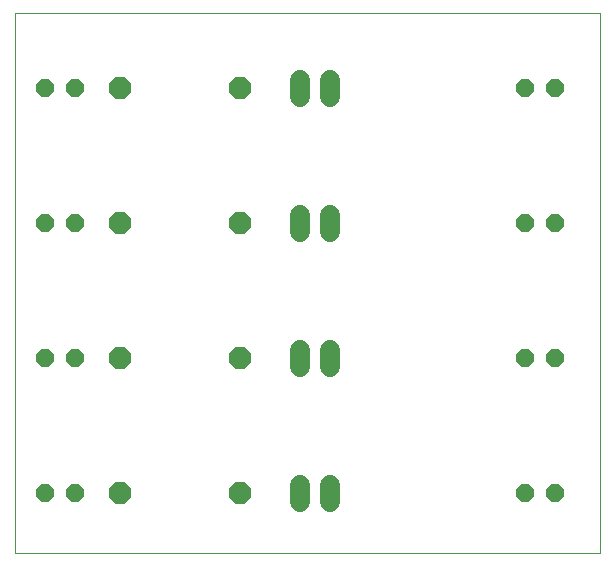
<source format=gts>
G75*
G70*
%OFA0B0*%
%FSLAX24Y24*%
%IPPOS*%
%LPD*%
%AMOC8*
5,1,8,0,0,1.08239X$1,22.5*
%
%ADD10C,0.0000*%
%ADD11OC8,0.0600*%
%ADD12C,0.0674*%
%ADD13OC8,0.0740*%
D10*
X001309Y000100D02*
X020809Y000100D01*
X020809Y018100D01*
X001309Y018100D01*
X001309Y000100D01*
D11*
X002309Y002100D03*
X003309Y002100D03*
X003309Y006600D03*
X002309Y006600D03*
X002309Y011100D03*
X003309Y011100D03*
X003309Y015600D03*
X002309Y015600D03*
X018309Y015600D03*
X019309Y015600D03*
X019309Y011100D03*
X018309Y011100D03*
X018309Y006600D03*
X019309Y006600D03*
X019309Y002100D03*
X018309Y002100D03*
D12*
X011809Y001803D02*
X011809Y002397D01*
X010809Y002397D02*
X010809Y001803D01*
X010809Y006303D02*
X010809Y006897D01*
X011809Y006897D02*
X011809Y006303D01*
X011809Y010803D02*
X011809Y011397D01*
X010809Y011397D02*
X010809Y010803D01*
X010809Y015303D02*
X010809Y015897D01*
X011809Y015897D02*
X011809Y015303D01*
D13*
X008809Y015600D03*
X004809Y015600D03*
X004809Y011100D03*
X008809Y011100D03*
X008809Y006600D03*
X004809Y006600D03*
X004809Y002100D03*
X008809Y002100D03*
M02*

</source>
